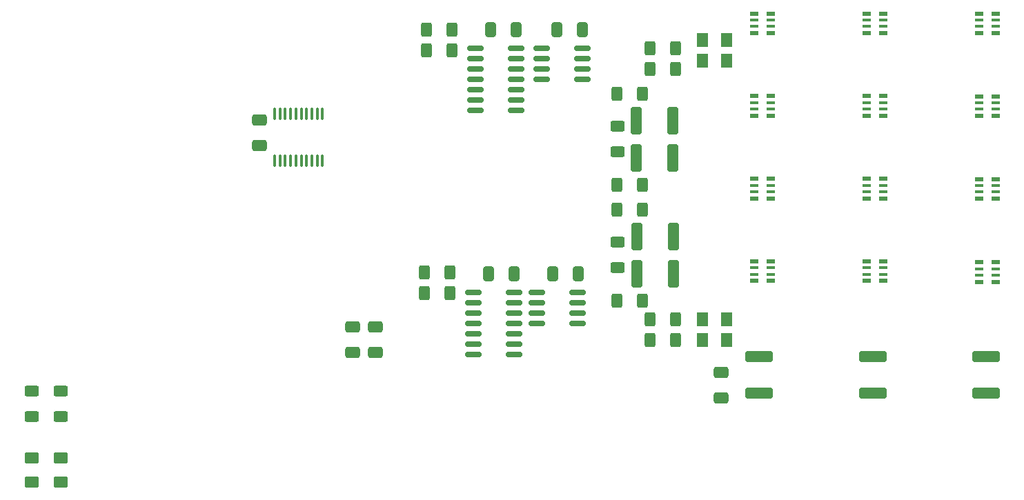
<source format=gbr>
%TF.GenerationSoftware,KiCad,Pcbnew,7.0.7*%
%TF.CreationDate,2023-11-11T20:47:19+01:00*%
%TF.ProjectId,LITEXCNC-HUB75HAT,4c495445-5843-44e4-932d-485542373548,rev?*%
%TF.SameCoordinates,Original*%
%TF.FileFunction,Paste,Top*%
%TF.FilePolarity,Positive*%
%FSLAX46Y46*%
G04 Gerber Fmt 4.6, Leading zero omitted, Abs format (unit mm)*
G04 Created by KiCad (PCBNEW 7.0.7) date 2023-11-11 20:47:19*
%MOMM*%
%LPD*%
G01*
G04 APERTURE LIST*
G04 Aperture macros list*
%AMRoundRect*
0 Rectangle with rounded corners*
0 $1 Rounding radius*
0 $2 $3 $4 $5 $6 $7 $8 $9 X,Y pos of 4 corners*
0 Add a 4 corners polygon primitive as box body*
4,1,4,$2,$3,$4,$5,$6,$7,$8,$9,$2,$3,0*
0 Add four circle primitives for the rounded corners*
1,1,$1+$1,$2,$3*
1,1,$1+$1,$4,$5*
1,1,$1+$1,$6,$7*
1,1,$1+$1,$8,$9*
0 Add four rect primitives between the rounded corners*
20,1,$1+$1,$2,$3,$4,$5,0*
20,1,$1+$1,$4,$5,$6,$7,0*
20,1,$1+$1,$6,$7,$8,$9,0*
20,1,$1+$1,$8,$9,$2,$3,0*%
G04 Aperture macros list end*
%ADD10R,1.000000X0.500000*%
%ADD11R,1.000000X0.400000*%
%ADD12RoundRect,0.250000X-0.400000X-1.450000X0.400000X-1.450000X0.400000X1.450000X-0.400000X1.450000X0*%
%ADD13RoundRect,0.250000X-0.625000X0.400000X-0.625000X-0.400000X0.625000X-0.400000X0.625000X0.400000X0*%
%ADD14RoundRect,0.250000X1.450000X-0.400000X1.450000X0.400000X-1.450000X0.400000X-1.450000X-0.400000X0*%
%ADD15RoundRect,0.250001X0.462499X0.624999X-0.462499X0.624999X-0.462499X-0.624999X0.462499X-0.624999X0*%
%ADD16RoundRect,0.250000X-0.400000X-0.625000X0.400000X-0.625000X0.400000X0.625000X-0.400000X0.625000X0*%
%ADD17RoundRect,0.250000X0.412500X0.650000X-0.412500X0.650000X-0.412500X-0.650000X0.412500X-0.650000X0*%
%ADD18RoundRect,0.250001X0.624999X-0.462499X0.624999X0.462499X-0.624999X0.462499X-0.624999X-0.462499X0*%
%ADD19RoundRect,0.250000X0.400000X0.625000X-0.400000X0.625000X-0.400000X-0.625000X0.400000X-0.625000X0*%
%ADD20RoundRect,0.250000X-0.650000X0.412500X-0.650000X-0.412500X0.650000X-0.412500X0.650000X0.412500X0*%
%ADD21RoundRect,0.250000X0.400000X1.450000X-0.400000X1.450000X-0.400000X-1.450000X0.400000X-1.450000X0*%
%ADD22RoundRect,0.150000X-0.825000X-0.150000X0.825000X-0.150000X0.825000X0.150000X-0.825000X0.150000X0*%
%ADD23RoundRect,0.250000X0.650000X-0.412500X0.650000X0.412500X-0.650000X0.412500X-0.650000X-0.412500X0*%
%ADD24RoundRect,0.100000X0.100000X-0.637500X0.100000X0.637500X-0.100000X0.637500X-0.100000X-0.637500X0*%
G04 APERTURE END LIST*
D10*
%TO.C,RN9*%
X93825200Y58775000D03*
D11*
X93825200Y57975000D03*
X93825200Y57175000D03*
D10*
X93825200Y56375000D03*
X95825200Y56375000D03*
D11*
X95825200Y57175000D03*
X95825200Y57975000D03*
D10*
X95825200Y58775000D03*
%TD*%
D12*
%TO.C,F3*%
X79430000Y41548000D03*
X83880000Y41548000D03*
%TD*%
D10*
%TO.C,RN4*%
X121437200Y68910000D03*
D11*
X121437200Y68110000D03*
X121437200Y67310000D03*
D10*
X121437200Y66510000D03*
X123437200Y66510000D03*
D11*
X123437200Y67310000D03*
X123437200Y68110000D03*
D10*
X123437200Y68910000D03*
%TD*%
D12*
%TO.C,F1*%
X79369000Y55772000D03*
X83819000Y55772000D03*
%TD*%
D10*
%TO.C,RN11*%
X93825200Y38487000D03*
D11*
X93825200Y37687000D03*
X93825200Y36887000D03*
D10*
X93825200Y36087000D03*
X95825200Y36087000D03*
D11*
X95825200Y36887000D03*
X95825200Y37687000D03*
D10*
X95825200Y38487000D03*
%TD*%
D13*
%TO.C,R11*%
X77022000Y55036000D03*
X77022000Y51936000D03*
%TD*%
D14*
%TO.C,F7*%
X94446400Y22345600D03*
X94446400Y26795600D03*
%TD*%
D15*
%TO.C,D9*%
X90447500Y31388000D03*
X87472500Y31388000D03*
%TD*%
D10*
%TO.C,RN12*%
X93825200Y68910000D03*
D11*
X93825200Y68110000D03*
X93825200Y67310000D03*
D10*
X93825200Y66510000D03*
X95825200Y66510000D03*
D11*
X95825200Y67310000D03*
X95825200Y68110000D03*
D10*
X95825200Y68910000D03*
%TD*%
D16*
%TO.C,R6*%
X53628000Y66948000D03*
X56728000Y66948000D03*
%TD*%
D17*
%TO.C,C13*%
X64360500Y36976000D03*
X61235500Y36976000D03*
%TD*%
%TO.C,C14*%
X72196000Y36976000D03*
X69071000Y36976000D03*
%TD*%
D10*
%TO.C,RN5*%
X107631200Y58775000D03*
D11*
X107631200Y57975000D03*
X107631200Y57175000D03*
D10*
X107631200Y56375000D03*
X109631200Y56375000D03*
D11*
X109631200Y57175000D03*
X109631200Y57975000D03*
D10*
X109631200Y58775000D03*
%TD*%
D16*
%TO.C,R16*%
X53374000Y37103000D03*
X56474000Y37103000D03*
%TD*%
D18*
%TO.C,D1*%
X5140000Y11358500D03*
X5140000Y14333500D03*
%TD*%
D16*
%TO.C,R14*%
X81060000Y28848000D03*
X84160000Y28848000D03*
%TD*%
D15*
%TO.C,D6*%
X90447500Y63138000D03*
X87472500Y63138000D03*
%TD*%
D19*
%TO.C,R19*%
X80096000Y33674000D03*
X76996000Y33674000D03*
%TD*%
D20*
%TO.C,C8*%
X44510000Y30410500D03*
X44510000Y27285500D03*
%TD*%
D10*
%TO.C,RN10*%
X93825200Y48615000D03*
D11*
X93825200Y47815000D03*
X93825200Y47015000D03*
D10*
X93825200Y46215000D03*
X95825200Y46215000D03*
D11*
X95825200Y47015000D03*
X95825200Y47815000D03*
D10*
X95825200Y48615000D03*
%TD*%
%TO.C,RN8*%
X107631200Y68910000D03*
D11*
X107631200Y68110000D03*
X107631200Y67310000D03*
D10*
X107631200Y66510000D03*
X109631200Y66510000D03*
D11*
X109631200Y67310000D03*
X109631200Y68110000D03*
D10*
X109631200Y68910000D03*
%TD*%
D19*
%TO.C,R10*%
X80096000Y47898000D03*
X76996000Y47898000D03*
%TD*%
D20*
%TO.C,C7*%
X47304000Y30410500D03*
X47304000Y27285500D03*
%TD*%
D13*
%TO.C,R21*%
X77022000Y40812000D03*
X77022000Y37712000D03*
%TD*%
D16*
%TO.C,R18*%
X53374000Y34563000D03*
X56474000Y34563000D03*
%TD*%
D18*
%TO.C,D2*%
X8696000Y11358500D03*
X8696000Y14333500D03*
%TD*%
D21*
%TO.C,F4*%
X83880000Y36976000D03*
X79430000Y36976000D03*
%TD*%
D17*
%TO.C,C12*%
X72704000Y66948000D03*
X69579000Y66948000D03*
%TD*%
D22*
%TO.C,U9*%
X59626000Y64662000D03*
X59626000Y63392000D03*
X59626000Y62122000D03*
X59626000Y60852000D03*
X59626000Y59582000D03*
X59626000Y58312000D03*
X59626000Y57042000D03*
X64576000Y57042000D03*
X64576000Y58312000D03*
X64576000Y59582000D03*
X64576000Y60852000D03*
X64576000Y62122000D03*
X64576000Y63392000D03*
X64576000Y64662000D03*
%TD*%
D16*
%TO.C,R13*%
X81060000Y64662000D03*
X84160000Y64662000D03*
%TD*%
D21*
%TO.C,F2*%
X83819000Y51200000D03*
X79369000Y51200000D03*
%TD*%
D22*
%TO.C,U11*%
X59372000Y34690000D03*
X59372000Y33420000D03*
X59372000Y32150000D03*
X59372000Y30880000D03*
X59372000Y29610000D03*
X59372000Y28340000D03*
X59372000Y27070000D03*
X64322000Y27070000D03*
X64322000Y28340000D03*
X64322000Y29610000D03*
X64322000Y30880000D03*
X64322000Y32150000D03*
X64322000Y33420000D03*
X64322000Y34690000D03*
%TD*%
D15*
%TO.C,D7*%
X90447500Y65678000D03*
X87472500Y65678000D03*
%TD*%
D10*
%TO.C,RN1*%
X121437200Y58750000D03*
D11*
X121437200Y57950000D03*
X121437200Y57150000D03*
D10*
X121437200Y56350000D03*
X123437200Y56350000D03*
D11*
X123437200Y57150000D03*
X123437200Y57950000D03*
D10*
X123437200Y58750000D03*
%TD*%
D16*
%TO.C,R12*%
X81060000Y62122000D03*
X84160000Y62122000D03*
%TD*%
%TO.C,R7*%
X53628000Y64408000D03*
X56728000Y64408000D03*
%TD*%
D20*
%TO.C,C18*%
X33080000Y55810500D03*
X33080000Y52685500D03*
%TD*%
D13*
%TO.C,R2*%
X8696000Y22524000D03*
X8696000Y19424000D03*
%TD*%
D14*
%TO.C,F5*%
X122234000Y22345600D03*
X122234000Y26795600D03*
%TD*%
D10*
%TO.C,RN6*%
X107631200Y48615000D03*
D11*
X107631200Y47815000D03*
X107631200Y47015000D03*
D10*
X107631200Y46215000D03*
X109631200Y46215000D03*
D11*
X109631200Y47015000D03*
X109631200Y47815000D03*
D10*
X109631200Y48615000D03*
%TD*%
%TO.C,RN2*%
X121421200Y48590000D03*
D11*
X121421200Y47790000D03*
X121421200Y46990000D03*
D10*
X121421200Y46190000D03*
X123421200Y46190000D03*
D11*
X123421200Y46990000D03*
X123421200Y47790000D03*
D10*
X123421200Y48590000D03*
%TD*%
D23*
%TO.C,C17*%
X89722000Y21697500D03*
X89722000Y24822500D03*
%TD*%
D10*
%TO.C,RN7*%
X107631200Y38487000D03*
D11*
X107631200Y37687000D03*
X107631200Y36887000D03*
D10*
X107631200Y36087000D03*
X109631200Y36087000D03*
D11*
X109631200Y36887000D03*
X109631200Y37687000D03*
D10*
X109631200Y38487000D03*
%TD*%
D16*
%TO.C,R15*%
X81060000Y31388000D03*
X84160000Y31388000D03*
%TD*%
D14*
%TO.C,F6*%
X108416400Y22345600D03*
X108416400Y26795600D03*
%TD*%
D10*
%TO.C,RN3*%
X121437200Y38379200D03*
D11*
X121437200Y37579200D03*
X121437200Y36779200D03*
D10*
X121437200Y35979200D03*
X123437200Y35979200D03*
D11*
X123437200Y36779200D03*
X123437200Y37579200D03*
D10*
X123437200Y38379200D03*
%TD*%
D13*
%TO.C,R1*%
X5140000Y22524000D03*
X5140000Y19424000D03*
%TD*%
D16*
%TO.C,R9*%
X76996000Y59074000D03*
X80096000Y59074000D03*
%TD*%
D15*
%TO.C,D8*%
X90447500Y28848000D03*
X87472500Y28848000D03*
%TD*%
D16*
%TO.C,R20*%
X76996000Y44850000D03*
X80096000Y44850000D03*
%TD*%
D22*
%TO.C,U12*%
X67181000Y34690000D03*
X67181000Y33420000D03*
X67181000Y32150000D03*
X67181000Y30880000D03*
X72131000Y30880000D03*
X72131000Y32150000D03*
X72131000Y33420000D03*
X72131000Y34690000D03*
%TD*%
D24*
%TO.C,U8*%
X34981000Y50877500D03*
X35631000Y50877500D03*
X36281000Y50877500D03*
X36931000Y50877500D03*
X37581000Y50877500D03*
X38231000Y50877500D03*
X38881000Y50877500D03*
X39531000Y50877500D03*
X40181000Y50877500D03*
X40831000Y50877500D03*
X40831000Y56602500D03*
X40181000Y56602500D03*
X39531000Y56602500D03*
X38881000Y56602500D03*
X38231000Y56602500D03*
X37581000Y56602500D03*
X36931000Y56602500D03*
X36281000Y56602500D03*
X35631000Y56602500D03*
X34981000Y56602500D03*
%TD*%
D17*
%TO.C,C11*%
X64576000Y66948000D03*
X61451000Y66948000D03*
%TD*%
D22*
%TO.C,U10*%
X67754000Y64662000D03*
X67754000Y63392000D03*
X67754000Y62122000D03*
X67754000Y60852000D03*
X72704000Y60852000D03*
X72704000Y62122000D03*
X72704000Y63392000D03*
X72704000Y64662000D03*
%TD*%
M02*

</source>
